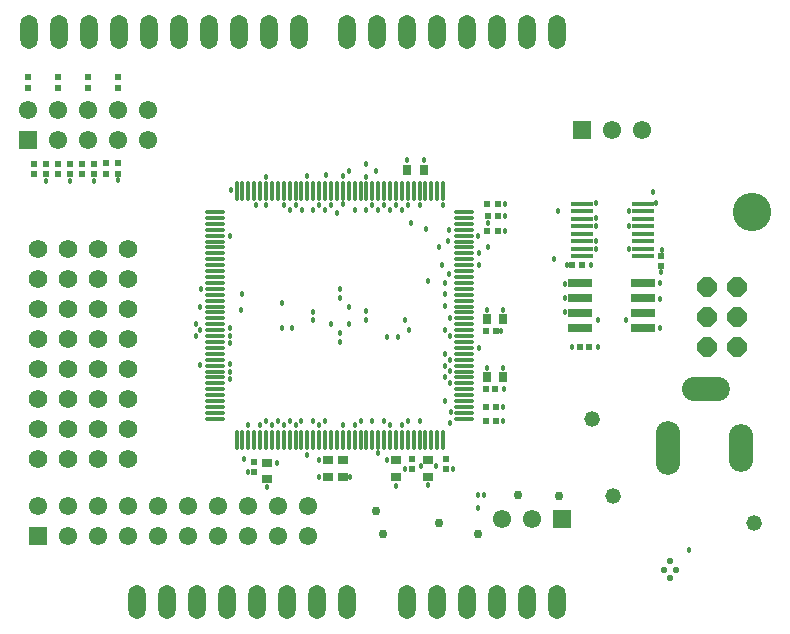
<source format=gts>
%FSTAX25Y25*%
%MOIN*%
G70*
G01*
G75*
G04 Layer_Color=8388736*
%ADD10O,0.07087X0.01181*%
%ADD11O,0.01181X0.07087*%
%ADD12O,0.07284X0.01378*%
%ADD13R,0.08071X0.02756*%
%ADD14R,0.02165X0.01772*%
%ADD15R,0.02756X0.03543*%
%ADD16R,0.03543X0.02756*%
%ADD17R,0.02047X0.02047*%
%ADD18R,0.02047X0.02047*%
%ADD19R,0.01772X0.02165*%
%ADD20C,0.00669*%
%ADD21C,0.00700*%
%ADD22C,0.00500*%
%ADD23C,0.01000*%
%ADD24C,0.02000*%
%ADD25C,0.03000*%
%ADD26O,0.15748X0.07874*%
%ADD27O,0.07874X0.15748*%
%ADD28O,0.07874X0.17716*%
%ADD29R,0.05906X0.05906*%
%ADD30C,0.05906*%
%ADD31C,0.06000*%
%ADD32P,0.06711X8X112.5*%
%ADD33O,0.05600X0.11200*%
%ADD34C,0.12600*%
%ADD35C,0.01969*%
%ADD36C,0.01600*%
%ADD37C,0.01595*%
%ADD38C,0.05000*%
%ADD39C,0.02800*%
%ADD40C,0.04000*%
%ADD41R,0.70200X0.25400*%
%ADD42O,0.15811X0.07937*%
%ADD43O,0.07937X0.15811*%
%ADD44O,0.07937X0.17779*%
%ADD45C,0.07543*%
G04:AMPARAMS|DCode=46|XSize=95.433mil|YSize=95.433mil|CornerRadius=0mil|HoleSize=0mil|Usage=FLASHONLY|Rotation=0.000|XOffset=0mil|YOffset=0mil|HoleType=Round|Shape=Relief|Width=10mil|Gap=10mil|Entries=4|*
%AMTHD46*
7,0,0,0.09543,0.07543,0.01000,45*
%
%ADD46THD46*%
%ADD47C,0.07550*%
G04:AMPARAMS|DCode=48|XSize=95.5mil|YSize=95.5mil|CornerRadius=0mil|HoleSize=0mil|Usage=FLASHONLY|Rotation=0.000|XOffset=0mil|YOffset=0mil|HoleType=Round|Shape=Relief|Width=10mil|Gap=10mil|Entries=4|*
%AMTHD48*
7,0,0,0.09550,0.07550,0.01000,45*
%
%ADD48THD48*%
%ADD49C,0.07800*%
%ADD50C,0.07400*%
%ADD51C,0.16600*%
G04:AMPARAMS|DCode=52|XSize=70mil|YSize=70mil|CornerRadius=0mil|HoleSize=0mil|Usage=FLASHONLY|Rotation=0.000|XOffset=0mil|YOffset=0mil|HoleType=Round|Shape=Relief|Width=10mil|Gap=10mil|Entries=4|*
%AMTHD52*
7,0,0,0.07000,0.05000,0.01000,45*
%
%ADD52THD52*%
%ADD53C,0.06800*%
%ADD54C,0.05600*%
%AMTHOVALD55*
21,1,0.07874,0.09937,0,0,180.0*
1,1,0.09937,0.03937,0.00000*
1,1,0.09937,-0.03937,0.00000*
21,0,0.07874,0.07937,0,0,180.0*
1,0,0.07937,0.03937,0.00000*
1,0,0.07937,-0.03937,0.00000*
4,0,4,0.03583,0.00354,0.07097,0.03867,0.07804,0.03160,0.04291,-0.00354,0.03583,0.00354,0.0*
4,0,4,-0.04291,0.00354,-0.07804,-0.03160,-0.07097,-0.03867,-0.03583,-0.00354,-0.04291,0.00354,0.0*
4,0,4,0.04291,0.00354,0.07804,-0.03160,0.07097,-0.03867,0.03583,-0.00354,0.04291,0.00354,0.0*
4,0,4,-0.03583,0.00354,-0.07097,0.03867,-0.07804,0.03160,-0.04291,-0.00354,-0.03583,0.00354,0.0*
%
%ADD55THOVALD55*%

%AMTHOVALD56*
21,1,0.07874,0.09937,0,0,270.0*
1,1,0.09937,0.00000,0.03937*
1,1,0.09937,0.00000,-0.03937*
21,0,0.07874,0.07937,0,0,270.0*
1,0,0.07937,0.00000,0.03937*
1,0,0.07937,0.00000,-0.03937*
4,0,4,-0.00354,0.03583,-0.03867,0.07097,-0.03160,0.07804,0.00354,0.04291,-0.00354,0.03583,0.0*
4,0,4,-0.00354,-0.04291,0.03160,-0.07804,0.03867,-0.07097,0.00354,-0.03583,-0.00354,-0.04291,0.0*
4,0,4,-0.00354,0.04291,0.03160,0.07804,0.03867,0.07097,0.00354,0.03583,-0.00354,0.04291,0.0*
4,0,4,-0.00354,-0.03583,-0.03867,-0.07097,-0.03160,-0.07804,0.00354,-0.04291,-0.00354,-0.03583,0.0*
%
%ADD56THOVALD56*%

G04:AMPARAMS|DCode=57|XSize=98mil|YSize=98mil|CornerRadius=0mil|HoleSize=0mil|Usage=FLASHONLY|Rotation=0.000|XOffset=0mil|YOffset=0mil|HoleType=Round|Shape=Relief|Width=10mil|Gap=10mil|Entries=4|*
%AMTHD57*
7,0,0,0.09800,0.07800,0.01000,45*
%
%ADD57THD57*%
G04:AMPARAMS|DCode=58|XSize=94mil|YSize=94mil|CornerRadius=0mil|HoleSize=0mil|Usage=FLASHONLY|Rotation=0.000|XOffset=0mil|YOffset=0mil|HoleType=Round|Shape=Relief|Width=10mil|Gap=10mil|Entries=4|*
%AMTHD58*
7,0,0,0.09400,0.07400,0.01000,45*
%
%ADD58THD58*%
G04:AMPARAMS|DCode=59|XSize=88mil|YSize=88mil|CornerRadius=0mil|HoleSize=0mil|Usage=FLASHONLY|Rotation=0.000|XOffset=0mil|YOffset=0mil|HoleType=Round|Shape=Relief|Width=10mil|Gap=10mil|Entries=4|*
%AMTHD59*
7,0,0,0.08800,0.06800,0.01000,45*
%
%ADD59THD59*%
G04:AMPARAMS|DCode=60|XSize=76mil|YSize=76mil|CornerRadius=0mil|HoleSize=0mil|Usage=FLASHONLY|Rotation=0.000|XOffset=0mil|YOffset=0mil|HoleType=Round|Shape=Relief|Width=10mil|Gap=10mil|Entries=4|*
%AMTHD60*
7,0,0,0.07600,0.05600,0.01000,45*
%
%ADD60THD60*%
%ADD61R,0.07480X0.03150*%
%ADD62R,0.07480X0.12205*%
%ADD63R,0.06299X0.02559*%
%ADD64R,0.08661X0.11811*%
%ADD65R,0.01969X0.01181*%
%ADD66C,0.01181*%
%ADD67R,0.03543X0.04724*%
%ADD68R,0.06693X0.06614*%
%ADD69R,0.08661X0.07874*%
%ADD70C,0.05000*%
%ADD71C,0.01300*%
%ADD72C,0.01500*%
%ADD73C,0.02362*%
%ADD74C,0.00984*%
%ADD75C,0.00787*%
%ADD76C,0.00600*%
%ADD77C,0.01200*%
%ADD78C,0.00400*%
%ADD79O,0.07487X0.01581*%
%ADD80O,0.01581X0.07487*%
%ADD81O,0.07684X0.01778*%
%ADD82R,0.08471X0.03156*%
%ADD83R,0.02565X0.02172*%
%ADD84R,0.03156X0.03943*%
%ADD85R,0.03943X0.03156*%
%ADD86R,0.02447X0.02447*%
%ADD87R,0.02447X0.02447*%
%ADD88R,0.02172X0.02565*%
%ADD89O,0.07287X0.01381*%
%ADD90O,0.01381X0.07287*%
%ADD91O,0.07484X0.01578*%
%ADD92R,0.08271X0.02956*%
%ADD93R,0.02365X0.01972*%
%ADD94R,0.02956X0.03743*%
%ADD95R,0.03743X0.02956*%
%ADD96R,0.02247X0.02247*%
%ADD97R,0.02247X0.02247*%
%ADD98R,0.01972X0.02365*%
%ADD99O,0.15948X0.08074*%
%ADD100O,0.08074X0.15948*%
%ADD101O,0.08074X0.17916*%
%ADD102R,0.06106X0.06106*%
%ADD103C,0.06106*%
%ADD104C,0.06200*%
%ADD105P,0.06927X8X112.5*%
%ADD106O,0.05800X0.11400*%
%ADD107C,0.12800*%
%ADD108C,0.02169*%
%ADD109C,0.01800*%
%ADD110C,0.01795*%
%ADD111C,0.05200*%
%ADD112C,0.03000*%
D89*
X0181124Y017101D02*
D03*
Y0172979D02*
D03*
Y0174947D02*
D03*
Y0176916D02*
D03*
Y0178884D02*
D03*
Y0180853D02*
D03*
Y0182821D02*
D03*
Y018479D02*
D03*
Y0186758D02*
D03*
Y0188727D02*
D03*
Y0190695D02*
D03*
Y0192664D02*
D03*
Y0194632D02*
D03*
Y0196601D02*
D03*
Y0198569D02*
D03*
Y0200538D02*
D03*
Y0202506D02*
D03*
Y0204475D02*
D03*
Y0206443D02*
D03*
Y0208412D02*
D03*
Y021038D02*
D03*
Y0212349D02*
D03*
Y0214317D02*
D03*
Y0216286D02*
D03*
Y0218254D02*
D03*
Y0220223D02*
D03*
Y0222191D02*
D03*
Y022416D02*
D03*
Y0226128D02*
D03*
Y0228097D02*
D03*
Y0230065D02*
D03*
Y0232034D02*
D03*
Y0234002D02*
D03*
Y0235971D02*
D03*
Y0237939D02*
D03*
Y0239908D02*
D03*
X0264194D02*
D03*
Y0237939D02*
D03*
Y0235971D02*
D03*
Y0234002D02*
D03*
Y0232034D02*
D03*
Y0230065D02*
D03*
Y0228097D02*
D03*
Y0226128D02*
D03*
Y022416D02*
D03*
Y0222191D02*
D03*
Y0220223D02*
D03*
Y0218254D02*
D03*
Y0216286D02*
D03*
Y0214317D02*
D03*
Y0212349D02*
D03*
Y021038D02*
D03*
Y0208412D02*
D03*
Y0206443D02*
D03*
Y0204475D02*
D03*
Y0202506D02*
D03*
Y0200538D02*
D03*
Y0198569D02*
D03*
Y0196601D02*
D03*
Y0194632D02*
D03*
Y0192664D02*
D03*
Y0190695D02*
D03*
Y0188727D02*
D03*
Y0186758D02*
D03*
Y018479D02*
D03*
Y0182821D02*
D03*
Y0180853D02*
D03*
Y0178884D02*
D03*
Y0176916D02*
D03*
Y0174947D02*
D03*
Y0172979D02*
D03*
Y017101D02*
D03*
D90*
X018821Y0246994D02*
D03*
X0190179D02*
D03*
X0192147D02*
D03*
X0194116D02*
D03*
X0196084D02*
D03*
X0198053D02*
D03*
X0200021D02*
D03*
X020199D02*
D03*
X0203958D02*
D03*
X0205927D02*
D03*
X0207895D02*
D03*
X0209864D02*
D03*
X0211832D02*
D03*
X0213801D02*
D03*
X0215769D02*
D03*
X0217738D02*
D03*
X0219706D02*
D03*
X0221675D02*
D03*
X0223643D02*
D03*
X0225612D02*
D03*
X022758D02*
D03*
X0229549D02*
D03*
X0231517D02*
D03*
X0233486D02*
D03*
X0235454D02*
D03*
X0237423D02*
D03*
X0239391D02*
D03*
X024136D02*
D03*
X0243328D02*
D03*
X0245297D02*
D03*
X0247265D02*
D03*
X0249234D02*
D03*
X0251202D02*
D03*
X0253171D02*
D03*
X0255139D02*
D03*
X0257108D02*
D03*
Y0163924D02*
D03*
X0255139D02*
D03*
X0253171D02*
D03*
X0251202D02*
D03*
X0249234D02*
D03*
X0247265D02*
D03*
X0245297D02*
D03*
X0243328D02*
D03*
X024136D02*
D03*
X0239391D02*
D03*
X0237423D02*
D03*
X0235454D02*
D03*
X0233486D02*
D03*
X0231517D02*
D03*
X0229549D02*
D03*
X022758D02*
D03*
X0225612D02*
D03*
X0223643D02*
D03*
X0221675D02*
D03*
X0219706D02*
D03*
X0217738D02*
D03*
X0215769D02*
D03*
X0213801D02*
D03*
X0211832D02*
D03*
X0209864D02*
D03*
X0207895D02*
D03*
X0205927D02*
D03*
X0203958D02*
D03*
X020199D02*
D03*
X0200021D02*
D03*
X0198053D02*
D03*
X0196084D02*
D03*
X0194116D02*
D03*
X0192147D02*
D03*
X0190179D02*
D03*
X018821D02*
D03*
D91*
X0303264Y024275D02*
D03*
Y024025D02*
D03*
Y023775D02*
D03*
Y023525D02*
D03*
Y023275D02*
D03*
Y023025D02*
D03*
Y022775D02*
D03*
Y022525D02*
D03*
X0323736Y024275D02*
D03*
Y024025D02*
D03*
Y023775D02*
D03*
Y023525D02*
D03*
Y023275D02*
D03*
Y023025D02*
D03*
Y022775D02*
D03*
Y022525D02*
D03*
D92*
X0302768Y02161D02*
D03*
Y02111D02*
D03*
Y02061D02*
D03*
Y02011D02*
D03*
X0323832Y02161D02*
D03*
Y02111D02*
D03*
Y02061D02*
D03*
Y02011D02*
D03*
D93*
X01487Y0284772D02*
D03*
Y0281228D02*
D03*
X01387Y0284772D02*
D03*
Y0281228D02*
D03*
X01287Y0284772D02*
D03*
Y0281228D02*
D03*
X01187Y0284772D02*
D03*
Y0281228D02*
D03*
X01246Y0256072D02*
D03*
Y0252528D02*
D03*
X01326Y0256072D02*
D03*
Y0252528D02*
D03*
X01406Y0256043D02*
D03*
Y02525D02*
D03*
X01487Y0256143D02*
D03*
Y02526D02*
D03*
X01206Y0256072D02*
D03*
Y0252528D02*
D03*
X01286Y0256072D02*
D03*
Y0252528D02*
D03*
X01366Y0256043D02*
D03*
Y02525D02*
D03*
X01447Y0256143D02*
D03*
Y02526D02*
D03*
X03297Y0225372D02*
D03*
Y0221828D02*
D03*
D94*
X0271644Y01849D02*
D03*
X0277156D02*
D03*
X0250656Y02539D02*
D03*
X0245144D02*
D03*
X0277156Y02043D02*
D03*
X0271644D02*
D03*
D95*
X02414Y0157156D02*
D03*
Y0151644D02*
D03*
X02187Y0157156D02*
D03*
Y0151644D02*
D03*
X02522Y0157156D02*
D03*
Y0151644D02*
D03*
X01985Y0156356D02*
D03*
Y0150844D02*
D03*
X02236Y0151644D02*
D03*
Y0157156D02*
D03*
D96*
X0274575Y02002D02*
D03*
X0271425D02*
D03*
X0274475Y01808D02*
D03*
X0271325D02*
D03*
X0302725Y01948D02*
D03*
X0305875D02*
D03*
X0303275Y02222D02*
D03*
X0300125D02*
D03*
D97*
X02468Y0154325D02*
D03*
Y0157475D02*
D03*
X01939Y0153325D02*
D03*
Y0156475D02*
D03*
X02579Y0154325D02*
D03*
Y0157475D02*
D03*
D98*
X0271928Y02387D02*
D03*
X0275472D02*
D03*
X0275372Y02336D02*
D03*
X0271828D02*
D03*
X0271228Y0175D02*
D03*
X0274772D02*
D03*
X0271228Y01703D02*
D03*
X0274772D02*
D03*
X02718Y02426D02*
D03*
X0275343D02*
D03*
D99*
X0344661Y0181085D02*
D03*
D100*
X0356472Y01614D02*
D03*
D101*
X0332063D02*
D03*
D102*
X0122047Y013209D02*
D03*
X01187Y02638D02*
D03*
X03035Y02673D02*
D03*
X02967Y01375D02*
D03*
D103*
X0122047Y014209D02*
D03*
X0132047Y013209D02*
D03*
Y014209D02*
D03*
X0142047Y013209D02*
D03*
Y014209D02*
D03*
X0152047Y013209D02*
D03*
Y014209D02*
D03*
X0162047Y013209D02*
D03*
Y014209D02*
D03*
X0172047Y013209D02*
D03*
Y014209D02*
D03*
X0182047Y013209D02*
D03*
Y014209D02*
D03*
X0192047Y013209D02*
D03*
Y014209D02*
D03*
X0202047Y013209D02*
D03*
Y014209D02*
D03*
X0212047Y013209D02*
D03*
Y014209D02*
D03*
X01187Y02738D02*
D03*
X01287Y02638D02*
D03*
Y02738D02*
D03*
X01387Y02638D02*
D03*
Y02738D02*
D03*
X01487Y02638D02*
D03*
Y02738D02*
D03*
X01587Y02638D02*
D03*
Y02738D02*
D03*
X03235Y02673D02*
D03*
X03135D02*
D03*
X02767Y01375D02*
D03*
X02867D02*
D03*
D104*
X01422Y02276D02*
D03*
Y02176D02*
D03*
Y01976D02*
D03*
Y01876D02*
D03*
X01322Y02276D02*
D03*
Y02176D02*
D03*
Y01976D02*
D03*
Y01876D02*
D03*
X01222Y02276D02*
D03*
Y02176D02*
D03*
Y01976D02*
D03*
Y01876D02*
D03*
X01522D02*
D03*
Y01976D02*
D03*
Y02176D02*
D03*
Y02276D02*
D03*
X01422Y01776D02*
D03*
X01322D02*
D03*
X01222D02*
D03*
X01522D02*
D03*
X01422Y02076D02*
D03*
X01322D02*
D03*
X01222D02*
D03*
X01522D02*
D03*
Y01676D02*
D03*
Y01576D02*
D03*
X01222D02*
D03*
Y01676D02*
D03*
X01322Y01576D02*
D03*
Y01676D02*
D03*
X01422Y01576D02*
D03*
Y01676D02*
D03*
D105*
X0345Y0215D02*
D03*
X0355D02*
D03*
X0345Y0205D02*
D03*
X0355D02*
D03*
X0345Y0195D02*
D03*
X0355D02*
D03*
D106*
X0209Y03D02*
D03*
X0199D02*
D03*
X0189D02*
D03*
X0179D02*
D03*
X0169D02*
D03*
X0159D02*
D03*
X0149D02*
D03*
X0139D02*
D03*
X0129D02*
D03*
X0119D02*
D03*
X0295D02*
D03*
X0285D02*
D03*
X0275D02*
D03*
X0265D02*
D03*
X0255D02*
D03*
X0245D02*
D03*
X0235D02*
D03*
X0225D02*
D03*
X0245Y011D02*
D03*
X0255D02*
D03*
X0265D02*
D03*
X0275D02*
D03*
X0285D02*
D03*
X0295D02*
D03*
X0155D02*
D03*
X0165D02*
D03*
X0175D02*
D03*
X0185D02*
D03*
X0195D02*
D03*
X0205D02*
D03*
X0215D02*
D03*
X0225D02*
D03*
D107*
X036Y024D02*
D03*
D108*
X03327Y0117944D02*
D03*
Y0123456D02*
D03*
X0330732Y01207D02*
D03*
X0334668D02*
D03*
D109*
X0231496Y0206791D02*
D03*
X0209941Y0240748D02*
D03*
X0217913Y0252264D02*
D03*
X0198425Y014813D02*
D03*
X01908Y01577D02*
D03*
X02593Y01695D02*
D03*
X0259Y0219325D02*
D03*
X02216Y02397D02*
D03*
X02236Y02425D02*
D03*
X03282Y02428D02*
D03*
X03Y01948D02*
D03*
X03081Y02277D02*
D03*
X02444Y015435D02*
D03*
X02603Y01543D02*
D03*
X02598Y01731D02*
D03*
X02769Y01703D02*
D03*
Y0175D02*
D03*
X02556Y02281D02*
D03*
X03293Y02161D02*
D03*
X02385Y01983D02*
D03*
X0242D02*
D03*
X0244525Y0203975D02*
D03*
X02688Y0141219D02*
D03*
X0270844Y01456D02*
D03*
X02687Y01456D02*
D03*
X03392Y01271D02*
D03*
X02776Y02336D02*
D03*
X02777Y02387D02*
D03*
X0272Y02361D02*
D03*
X02686Y0232D02*
D03*
X0277572Y02426D02*
D03*
X0327Y02465D02*
D03*
X02955Y02402D02*
D03*
X03293Y0211D02*
D03*
X03179Y02039D02*
D03*
X03086D02*
D03*
X02977Y02065D02*
D03*
X03086Y01948D02*
D03*
X02939Y02243D02*
D03*
X03293Y02011D02*
D03*
X02977Y02111D02*
D03*
X02976Y02159D02*
D03*
X03081Y02303D02*
D03*
X03189Y02352D02*
D03*
X03081Y02353D02*
D03*
X0269159Y0226128D02*
D03*
X0272082Y0228097D02*
D03*
X03081Y02428D02*
D03*
Y02378D02*
D03*
X03189Y02402D02*
D03*
Y02277D02*
D03*
X0269088Y0194632D02*
D03*
X0252Y02168D02*
D03*
X0257108Y0242101D02*
D03*
X0186049Y0232065D02*
D03*
X0257769Y0216286D02*
D03*
Y0176916D02*
D03*
X0259301Y0182821D02*
D03*
X0257801Y0188758D02*
D03*
Y0184821D02*
D03*
Y0208443D02*
D03*
X0259301Y0186821D02*
D03*
Y0190695D02*
D03*
X0257801Y0192695D02*
D03*
X0198063Y0170359D02*
D03*
X0211811Y0159031D02*
D03*
X0204021Y0242101D02*
D03*
X0205958Y0240601D02*
D03*
X0207895Y0242101D02*
D03*
X0219706D02*
D03*
X0217769Y0240601D02*
D03*
X0213832D02*
D03*
X0215832Y0242101D02*
D03*
X0235423Y0240601D02*
D03*
X0237423Y0242101D02*
D03*
X023936Y0240601D02*
D03*
X0243297D02*
D03*
X0241297Y0242101D02*
D03*
X0245297D02*
D03*
X0203318Y0209618D02*
D03*
Y0201418D02*
D03*
X0206818D02*
D03*
X0211832Y0251888D02*
D03*
X0174688Y0202496D02*
D03*
X0259Y0234D02*
D03*
X0233496Y0170359D02*
D03*
X0237433D02*
D03*
X0239433Y0168859D02*
D03*
X0249244Y0170359D02*
D03*
X0245307D02*
D03*
X0243307Y0168859D02*
D03*
X0215811D02*
D03*
X0213811Y0170359D02*
D03*
X0217748D02*
D03*
X0209874D02*
D03*
X0207937Y0168859D02*
D03*
X0231459Y0204059D02*
D03*
X0222659Y0196559D02*
D03*
Y0199459D02*
D03*
X0222635Y0211288D02*
D03*
X0222659Y0214241D02*
D03*
X0213859Y0206759D02*
D03*
X0225612Y0202465D02*
D03*
X0219712Y0202435D02*
D03*
X0225583Y0208365D02*
D03*
X0200063Y0168859D02*
D03*
X0202Y0170359D02*
D03*
X0205937D02*
D03*
X0203937Y0168859D02*
D03*
X0213859Y0204059D02*
D03*
X0229559Y0170359D02*
D03*
X0227622Y0168859D02*
D03*
X0223685D02*
D03*
X0192147Y0168817D02*
D03*
X0192Y01533D02*
D03*
X02384Y01572D02*
D03*
X0241356Y0148644D02*
D03*
X01862Y01893D02*
D03*
Y0196219D02*
D03*
X0225622Y0253625D02*
D03*
X01865Y02474D02*
D03*
X01948Y02421D02*
D03*
X02314Y02558D02*
D03*
X0233424Y02421D02*
D03*
X0198Y02517D02*
D03*
X0231525Y0251465D02*
D03*
X0227549Y0240601D02*
D03*
X0234675Y0253475D02*
D03*
X02588Y02301D02*
D03*
X02578Y02005D02*
D03*
X0245719Y02005D02*
D03*
X02691Y02222D02*
D03*
X02157Y0151688D02*
D03*
Y01572D02*
D03*
X0201544Y0156356D02*
D03*
X02261Y01517D02*
D03*
X019Y02127D02*
D03*
X01897Y0207125D02*
D03*
X01862Y0184419D02*
D03*
Y0186758D02*
D03*
Y02011D02*
D03*
Y01986D02*
D03*
X0254756Y0155156D02*
D03*
X0249644D02*
D03*
X0235465Y01596D02*
D03*
X02522Y01489D02*
D03*
X0271644Y0187889D02*
D03*
X0277156D02*
D03*
X0277464Y01808D02*
D03*
X025932Y0198569D02*
D03*
X0271644Y0207244D02*
D03*
X0249234Y0242101D02*
D03*
X0245144Y0257156D02*
D03*
X0259325Y0204475D02*
D03*
X0277156Y0207244D02*
D03*
X02764Y02002D02*
D03*
X02577Y02127D02*
D03*
X0246225Y0236175D02*
D03*
X033Y02273D02*
D03*
X03297Y022D02*
D03*
X03063Y02222D02*
D03*
X02983D02*
D03*
X01406Y0250372D02*
D03*
X01326Y02504D02*
D03*
X01246D02*
D03*
X01487Y0250472D02*
D03*
X01747Y01985D02*
D03*
X0196Y01688D02*
D03*
X0250656Y0257156D02*
D03*
X025145Y02341D02*
D03*
D110*
X0231507Y0240559D02*
D03*
X02236Y02518D02*
D03*
X02567Y02222D02*
D03*
X017623Y0214317D02*
D03*
X0176198Y020838D02*
D03*
X01762Y01888D02*
D03*
X0198Y02422D02*
D03*
X0176198Y0200506D02*
D03*
D111*
X0306815Y0170855D02*
D03*
X0360701Y0136199D02*
D03*
X03138Y01451D02*
D03*
D112*
X02688Y01327D02*
D03*
X02819Y01456D02*
D03*
X02556Y01364D02*
D03*
X0295625Y01454D02*
D03*
X02372Y01326D02*
D03*
X02348Y01402D02*
D03*
M02*

</source>
